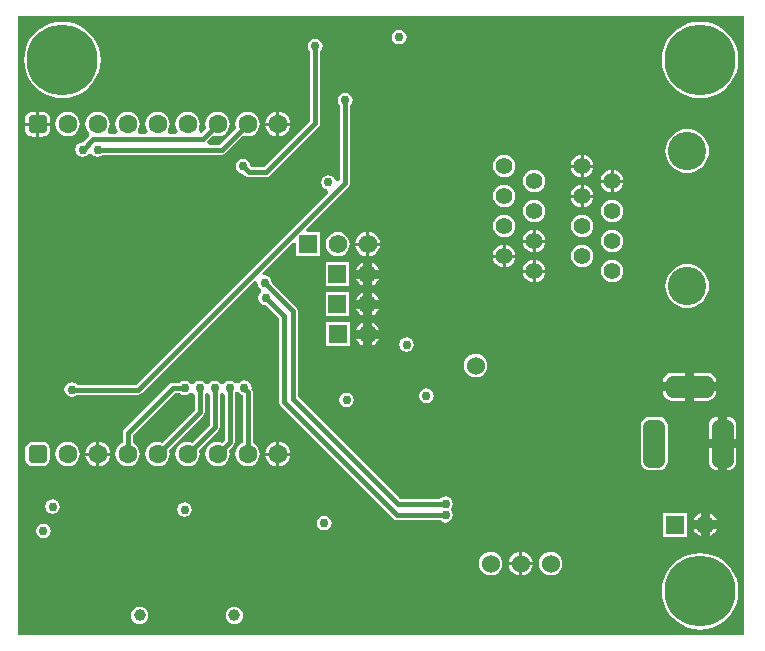
<source format=gbl>
G04*
G04 #@! TF.GenerationSoftware,Altium Limited,Altium Designer,24.8.2 (39)*
G04*
G04 Layer_Physical_Order=4*
G04 Layer_Color=16711680*
%FSLAX25Y25*%
%MOIN*%
G70*
G04*
G04 #@! TF.SameCoordinates,AA557069-6426-4FA0-AAFB-6E3012F5CD7C*
G04*
G04*
G04 #@! TF.FilePolarity,Positive*
G04*
G01*
G75*
%ADD72C,0.06181*%
%ADD73R,0.06181X0.06181*%
%ADD82C,0.03937*%
%ADD83C,0.01500*%
%ADD87C,0.06299*%
G04:AMPARAMS|DCode=88|XSize=62.99mil|YSize=62.99mil|CornerRadius=15.75mil|HoleSize=0mil|Usage=FLASHONLY|Rotation=0.000|XOffset=0mil|YOffset=0mil|HoleType=Round|Shape=RoundedRectangle|*
%AMROUNDEDRECTD88*
21,1,0.06299,0.03150,0,0,0.0*
21,1,0.03150,0.06299,0,0,0.0*
1,1,0.03150,0.01575,-0.01575*
1,1,0.03150,-0.01575,-0.01575*
1,1,0.03150,-0.01575,0.01575*
1,1,0.03150,0.01575,0.01575*
%
%ADD88ROUNDEDRECTD88*%
%ADD89C,0.23622*%
%ADD90C,0.05543*%
%ADD91C,0.12795*%
%ADD92C,0.06000*%
G04:AMPARAMS|DCode=93|XSize=157.48mil|YSize=70.87mil|CornerRadius=17.72mil|HoleSize=0mil|Usage=FLASHONLY|Rotation=270.000|XOffset=0mil|YOffset=0mil|HoleType=Round|Shape=RoundedRectangle|*
%AMROUNDEDRECTD93*
21,1,0.15748,0.03543,0,0,270.0*
21,1,0.12205,0.07087,0,0,270.0*
1,1,0.03543,-0.01772,-0.06102*
1,1,0.03543,-0.01772,0.06102*
1,1,0.03543,0.01772,0.06102*
1,1,0.03543,0.01772,-0.06102*
%
%ADD93ROUNDEDRECTD93*%
G04:AMPARAMS|DCode=94|XSize=157.48mil|YSize=70.87mil|CornerRadius=17.72mil|HoleSize=0mil|Usage=FLASHONLY|Rotation=0.000|XOffset=0mil|YOffset=0mil|HoleType=Round|Shape=RoundedRectangle|*
%AMROUNDEDRECTD94*
21,1,0.15748,0.03543,0,0,0.0*
21,1,0.12205,0.07087,0,0,0.0*
1,1,0.03543,0.06102,-0.01772*
1,1,0.03543,-0.06102,-0.01772*
1,1,0.03543,-0.06102,0.01772*
1,1,0.03543,0.06102,0.01772*
%
%ADD94ROUNDEDRECTD94*%
%ADD95C,0.02000*%
%ADD96C,0.03000*%
G36*
X243075Y1020D02*
X1020D01*
Y207642D01*
X243075D01*
Y1020D01*
D02*
G37*
%LPC*%
G36*
X128000Y202947D02*
X127064Y202761D01*
X126270Y202230D01*
X125739Y201436D01*
X125553Y200500D01*
X125739Y199564D01*
X126270Y198770D01*
X127064Y198239D01*
X128000Y198053D01*
X128936Y198239D01*
X129730Y198770D01*
X130261Y199564D01*
X130447Y200500D01*
X130261Y201436D01*
X129730Y202230D01*
X128936Y202761D01*
X128000Y202947D01*
D02*
G37*
G36*
X228346Y205664D02*
X226352Y205507D01*
X224406Y205040D01*
X222558Y204274D01*
X220852Y203229D01*
X219331Y201929D01*
X218031Y200408D01*
X216986Y198702D01*
X216220Y196853D01*
X215753Y194908D01*
X215596Y192913D01*
X215753Y190919D01*
X216220Y188973D01*
X216986Y187125D01*
X218031Y185419D01*
X219331Y183898D01*
X220852Y182598D01*
X222558Y181553D01*
X224406Y180787D01*
X226352Y180320D01*
X228346Y180163D01*
X230341Y180320D01*
X232287Y180787D01*
X234135Y181553D01*
X235841Y182598D01*
X237362Y183898D01*
X238662Y185419D01*
X239707Y187125D01*
X240473Y188973D01*
X240940Y190919D01*
X241097Y192913D01*
X240940Y194908D01*
X240473Y196853D01*
X239707Y198702D01*
X238662Y200408D01*
X237362Y201929D01*
X235841Y203229D01*
X234135Y204274D01*
X232287Y205040D01*
X230341Y205507D01*
X228346Y205664D01*
D02*
G37*
G36*
X15748D02*
X13753Y205507D01*
X11808Y205040D01*
X9960Y204274D01*
X8254Y203229D01*
X6732Y201929D01*
X5433Y200408D01*
X4387Y198702D01*
X3622Y196853D01*
X3155Y194908D01*
X2998Y192913D01*
X3155Y190919D01*
X3622Y188973D01*
X4387Y187125D01*
X5433Y185419D01*
X6732Y183898D01*
X8254Y182598D01*
X9960Y181553D01*
X11808Y180787D01*
X13753Y180320D01*
X15748Y180163D01*
X17743Y180320D01*
X19688Y180787D01*
X21536Y181553D01*
X23243Y182598D01*
X24764Y183898D01*
X26063Y185419D01*
X27109Y187125D01*
X27874Y188973D01*
X28341Y190919D01*
X28498Y192913D01*
X28341Y194908D01*
X27874Y196853D01*
X27109Y198702D01*
X26063Y200408D01*
X24764Y201929D01*
X23243Y203229D01*
X21536Y204274D01*
X19688Y205040D01*
X17743Y205507D01*
X15748Y205664D01*
D02*
G37*
G36*
X88000Y175620D02*
Y172000D01*
X91620D01*
X91543Y172583D01*
X91125Y173593D01*
X90460Y174460D01*
X89593Y175125D01*
X88583Y175543D01*
X88000Y175620D01*
D02*
G37*
G36*
X87000D02*
X86417Y175543D01*
X85407Y175125D01*
X84540Y174460D01*
X83875Y173593D01*
X83457Y172583D01*
X83380Y172000D01*
X87000D01*
Y175620D01*
D02*
G37*
G36*
X9075Y175672D02*
X8000D01*
Y172000D01*
X11672D01*
Y173075D01*
X11583Y173747D01*
X11324Y174373D01*
X10911Y174911D01*
X10373Y175324D01*
X9747Y175583D01*
X9075Y175672D01*
D02*
G37*
G36*
X7000D02*
X5925D01*
X5253Y175583D01*
X4627Y175324D01*
X4089Y174911D01*
X3676Y174373D01*
X3417Y173747D01*
X3328Y173075D01*
Y172000D01*
X7000D01*
Y175672D01*
D02*
G37*
G36*
X77500Y175584D02*
X76443Y175445D01*
X75458Y175037D01*
X74612Y174388D01*
X73963Y173542D01*
X73555Y172557D01*
X73415Y171500D01*
X73555Y170443D01*
X73704Y170083D01*
X68303Y164682D01*
X64476D01*
X64061Y165682D01*
X66083Y167704D01*
X66443Y167555D01*
X67500Y167415D01*
X68557Y167555D01*
X69542Y167963D01*
X70388Y168612D01*
X71037Y169458D01*
X71445Y170443D01*
X71584Y171500D01*
X71445Y172557D01*
X71037Y173542D01*
X70388Y174388D01*
X69542Y175037D01*
X68557Y175445D01*
X67500Y175584D01*
X66443Y175445D01*
X65458Y175037D01*
X64612Y174388D01*
X63963Y173542D01*
X63555Y172557D01*
X63415Y171500D01*
X63555Y170443D01*
X63704Y170083D01*
X62218Y168597D01*
X61690Y168666D01*
X61469Y168934D01*
X61154Y169739D01*
X61445Y170443D01*
X61585Y171500D01*
X61445Y172557D01*
X61037Y173542D01*
X60388Y174388D01*
X59542Y175037D01*
X58557Y175445D01*
X57500Y175584D01*
X56443Y175445D01*
X55458Y175037D01*
X54612Y174388D01*
X53963Y173542D01*
X53555Y172557D01*
X53416Y171500D01*
X53555Y170443D01*
X53963Y169458D01*
X54174Y169182D01*
X53681Y168182D01*
X51319D01*
X50826Y169182D01*
X51037Y169458D01*
X51445Y170443D01*
X51585Y171500D01*
X51445Y172557D01*
X51037Y173542D01*
X50388Y174388D01*
X49542Y175037D01*
X48557Y175445D01*
X47500Y175584D01*
X46443Y175445D01*
X45458Y175037D01*
X44612Y174388D01*
X43963Y173542D01*
X43555Y172557D01*
X43415Y171500D01*
X43555Y170443D01*
X43963Y169458D01*
X44174Y169182D01*
X43681Y168182D01*
X41319D01*
X40826Y169182D01*
X41037Y169458D01*
X41445Y170443D01*
X41585Y171500D01*
X41445Y172557D01*
X41037Y173542D01*
X40388Y174388D01*
X39542Y175037D01*
X38557Y175445D01*
X37500Y175584D01*
X36443Y175445D01*
X35458Y175037D01*
X34612Y174388D01*
X33963Y173542D01*
X33555Y172557D01*
X33415Y171500D01*
X33555Y170443D01*
X33963Y169458D01*
X34174Y169182D01*
X33681Y168182D01*
X31319D01*
X30826Y169182D01*
X31037Y169458D01*
X31445Y170443D01*
X31585Y171500D01*
X31445Y172557D01*
X31037Y173542D01*
X30388Y174388D01*
X29542Y175037D01*
X28557Y175445D01*
X27500Y175584D01*
X26443Y175445D01*
X25458Y175037D01*
X24612Y174388D01*
X23963Y173542D01*
X23555Y172557D01*
X23415Y171500D01*
X23555Y170443D01*
X23963Y169458D01*
X24537Y168710D01*
X24608Y168492D01*
X24533Y167412D01*
X22557Y165436D01*
X22500Y165447D01*
X21564Y165261D01*
X20770Y164730D01*
X20239Y163936D01*
X20053Y163000D01*
X20239Y162064D01*
X20770Y161270D01*
X21564Y160739D01*
X22500Y160553D01*
X23436Y160739D01*
X24230Y161270D01*
X24404Y161529D01*
X25596D01*
X25770Y161270D01*
X26564Y160739D01*
X27500Y160553D01*
X28436Y160739D01*
X29230Y161270D01*
X29262Y161318D01*
X69000D01*
X69644Y161446D01*
X70190Y161810D01*
X76083Y167704D01*
X76443Y167555D01*
X77500Y167415D01*
X78557Y167555D01*
X79542Y167963D01*
X80388Y168612D01*
X81037Y169458D01*
X81445Y170443D01*
X81585Y171500D01*
X81445Y172557D01*
X81037Y173542D01*
X80388Y174388D01*
X79542Y175037D01*
X78557Y175445D01*
X77500Y175584D01*
D02*
G37*
G36*
X17500D02*
X16443Y175445D01*
X15458Y175037D01*
X14612Y174388D01*
X13963Y173542D01*
X13555Y172557D01*
X13416Y171500D01*
X13555Y170443D01*
X13963Y169458D01*
X14612Y168612D01*
X15458Y167963D01*
X16443Y167555D01*
X17500Y167415D01*
X18557Y167555D01*
X19542Y167963D01*
X20388Y168612D01*
X21037Y169458D01*
X21445Y170443D01*
X21585Y171500D01*
X21445Y172557D01*
X21037Y173542D01*
X20388Y174388D01*
X19542Y175037D01*
X18557Y175445D01*
X17500Y175584D01*
D02*
G37*
G36*
X91620Y171000D02*
X88000D01*
Y167380D01*
X88583Y167457D01*
X89593Y167875D01*
X90460Y168541D01*
X91125Y169407D01*
X91543Y170417D01*
X91620Y171000D01*
D02*
G37*
G36*
X87000D02*
X83380D01*
X83457Y170417D01*
X83875Y169407D01*
X84540Y168541D01*
X85407Y167875D01*
X86417Y167457D01*
X87000Y167380D01*
Y171000D01*
D02*
G37*
G36*
X11672D02*
X8000D01*
Y167328D01*
X9075D01*
X9747Y167417D01*
X10373Y167676D01*
X10911Y168089D01*
X11324Y168627D01*
X11583Y169253D01*
X11672Y169925D01*
Y171000D01*
D02*
G37*
G36*
X7000D02*
X3328D01*
Y169925D01*
X3417Y169253D01*
X3676Y168627D01*
X4089Y168089D01*
X4627Y167676D01*
X5253Y167417D01*
X5925Y167328D01*
X7000D01*
Y171000D01*
D02*
G37*
G36*
X189500Y161238D02*
Y158000D01*
X192738D01*
X192675Y158485D01*
X192295Y159402D01*
X191690Y160190D01*
X190902Y160794D01*
X189985Y161175D01*
X189500Y161238D01*
D02*
G37*
G36*
X188500D02*
X188015Y161175D01*
X187098Y160794D01*
X186310Y160190D01*
X185705Y159402D01*
X185325Y158485D01*
X185262Y158000D01*
X188500D01*
Y161238D01*
D02*
G37*
G36*
X100000Y199947D02*
X99064Y199761D01*
X98270Y199230D01*
X97739Y198436D01*
X97553Y197500D01*
X97739Y196564D01*
X98270Y195770D01*
X98281Y195762D01*
Y172660D01*
X82803Y157182D01*
X79356D01*
X78396Y157449D01*
X78210Y158385D01*
X77679Y159179D01*
X76885Y159710D01*
X75949Y159896D01*
X75012Y159710D01*
X74218Y159179D01*
X73688Y158385D01*
X73502Y157449D01*
X73688Y156512D01*
X74218Y155719D01*
X75012Y155188D01*
X75949Y155002D01*
X76005Y155013D01*
X76708Y154310D01*
X77254Y153946D01*
X77898Y153818D01*
X83500D01*
X84144Y153946D01*
X84690Y154310D01*
X101153Y170773D01*
X101153Y170773D01*
X101517Y171319D01*
X101645Y171963D01*
X101645Y171963D01*
Y195713D01*
X101730Y195770D01*
X102261Y196564D01*
X102447Y197500D01*
X102261Y198436D01*
X101730Y199230D01*
X100936Y199761D01*
X100000Y199947D01*
D02*
G37*
G36*
X224000Y169833D02*
X222569Y169692D01*
X221194Y169275D01*
X219926Y168597D01*
X218815Y167685D01*
X217903Y166574D01*
X217225Y165306D01*
X216808Y163931D01*
X216667Y162500D01*
X216808Y161069D01*
X217225Y159694D01*
X217903Y158426D01*
X218815Y157315D01*
X219926Y156403D01*
X221194Y155725D01*
X222569Y155308D01*
X224000Y155167D01*
X225431Y155308D01*
X226806Y155725D01*
X228074Y156403D01*
X229185Y157315D01*
X230097Y158426D01*
X230775Y159694D01*
X231192Y161069D01*
X231333Y162500D01*
X231192Y163931D01*
X230775Y165306D01*
X230097Y166574D01*
X229185Y167685D01*
X228074Y168597D01*
X226806Y169275D01*
X225431Y169692D01*
X224000Y169833D01*
D02*
G37*
G36*
X163016Y161203D02*
X162057Y161077D01*
X161164Y160707D01*
X160397Y160119D01*
X159809Y159352D01*
X159439Y158458D01*
X159312Y157500D01*
X159439Y156542D01*
X159809Y155648D01*
X160397Y154881D01*
X161164Y154293D01*
X162057Y153923D01*
X163016Y153797D01*
X163974Y153923D01*
X164867Y154293D01*
X165634Y154881D01*
X166223Y155648D01*
X166593Y156542D01*
X166719Y157500D01*
X166593Y158458D01*
X166223Y159352D01*
X165634Y160119D01*
X164867Y160707D01*
X163974Y161077D01*
X163016Y161203D01*
D02*
G37*
G36*
X192738Y157000D02*
X189500D01*
Y153762D01*
X189985Y153825D01*
X190902Y154206D01*
X191690Y154810D01*
X192295Y155598D01*
X192675Y156515D01*
X192738Y157000D01*
D02*
G37*
G36*
X188500D02*
X185262D01*
X185325Y156515D01*
X185705Y155598D01*
X186310Y154810D01*
X187098Y154206D01*
X188015Y153825D01*
X188500Y153762D01*
Y157000D01*
D02*
G37*
G36*
X199500Y156238D02*
Y153000D01*
X202738D01*
X202675Y153485D01*
X202294Y154402D01*
X201690Y155190D01*
X200902Y155795D01*
X199985Y156175D01*
X199500Y156238D01*
D02*
G37*
G36*
X198500D02*
X198015Y156175D01*
X197098Y155795D01*
X196310Y155190D01*
X195705Y154402D01*
X195325Y153485D01*
X195262Y153000D01*
X198500D01*
Y156238D01*
D02*
G37*
G36*
X110000Y181947D02*
X109064Y181761D01*
X108270Y181230D01*
X107739Y180436D01*
X107553Y179500D01*
X107739Y178564D01*
X108270Y177770D01*
X108318Y177738D01*
Y153071D01*
X107730Y152597D01*
X106711Y152944D01*
X106701Y152996D01*
X106170Y153790D01*
X105377Y154321D01*
X104440Y154507D01*
X103504Y154321D01*
X102710Y153790D01*
X102179Y152996D01*
X101993Y152060D01*
X102179Y151123D01*
X102710Y150329D01*
X103504Y149799D01*
X103922Y149716D01*
X104255Y148634D01*
X40305Y84684D01*
X20645D01*
X20613Y84732D01*
X19819Y85262D01*
X18883Y85449D01*
X17946Y85262D01*
X17152Y84732D01*
X16622Y83938D01*
X16436Y83002D01*
X16622Y82065D01*
X17152Y81271D01*
X17946Y80741D01*
X18883Y80555D01*
X19819Y80741D01*
X20613Y81271D01*
X20645Y81319D01*
X41002D01*
X41646Y81447D01*
X42191Y81812D01*
X79825Y119446D01*
X80747Y118954D01*
X80682Y118630D01*
X80869Y117693D01*
X81399Y116899D01*
X81933Y116542D01*
X82060Y115677D01*
X82004Y115387D01*
X81770Y115230D01*
X81239Y114436D01*
X81053Y113500D01*
X81239Y112564D01*
X81770Y111770D01*
X82564Y111239D01*
X83500Y111053D01*
X83557Y111064D01*
X87818Y106803D01*
Y79000D01*
X87946Y78356D01*
X88310Y77810D01*
X126210Y39910D01*
X126756Y39546D01*
X127400Y39418D01*
X127400Y39418D01*
X141738D01*
X141770Y39370D01*
X142564Y38839D01*
X143500Y38653D01*
X144436Y38839D01*
X145230Y39370D01*
X145761Y40164D01*
X145947Y41100D01*
X145761Y42036D01*
X145583Y42303D01*
X145310Y43050D01*
X145583Y43797D01*
X145761Y44064D01*
X145947Y45000D01*
X145761Y45936D01*
X145230Y46730D01*
X144436Y47261D01*
X143500Y47447D01*
X142564Y47261D01*
X141770Y46730D01*
X141738Y46682D01*
X128197D01*
X94182Y80697D01*
Y109259D01*
X94182Y109259D01*
X94054Y109903D01*
X93690Y110449D01*
X93690Y110449D01*
X85565Y118573D01*
X85576Y118630D01*
X85390Y119566D01*
X84860Y120360D01*
X84066Y120890D01*
X83130Y121077D01*
X82806Y121012D01*
X82313Y121934D01*
X92586Y132206D01*
X93510Y131824D01*
Y127509D01*
X101490D01*
Y135491D01*
X97176D01*
X96794Y136414D01*
X111190Y150810D01*
X111554Y151356D01*
X111682Y152000D01*
Y177738D01*
X111730Y177770D01*
X112261Y178564D01*
X112447Y179500D01*
X112261Y180436D01*
X111730Y181230D01*
X110936Y181761D01*
X110000Y181947D01*
D02*
G37*
G36*
X173016Y156203D02*
X172057Y156077D01*
X171164Y155707D01*
X170397Y155119D01*
X169809Y154352D01*
X169439Y153458D01*
X169312Y152500D01*
X169439Y151541D01*
X169809Y150648D01*
X170397Y149881D01*
X171164Y149293D01*
X172057Y148923D01*
X173016Y148797D01*
X173974Y148923D01*
X174867Y149293D01*
X175634Y149881D01*
X176223Y150648D01*
X176593Y151541D01*
X176719Y152500D01*
X176593Y153458D01*
X176223Y154352D01*
X175634Y155119D01*
X174867Y155707D01*
X173974Y156077D01*
X173016Y156203D01*
D02*
G37*
G36*
X202738Y152000D02*
X199500D01*
Y148762D01*
X199985Y148825D01*
X200902Y149206D01*
X201690Y149810D01*
X202294Y150598D01*
X202675Y151515D01*
X202738Y152000D01*
D02*
G37*
G36*
X198500D02*
X195262D01*
X195325Y151515D01*
X195705Y150598D01*
X196310Y149810D01*
X197098Y149206D01*
X198015Y148825D01*
X198500Y148762D01*
Y152000D01*
D02*
G37*
G36*
X189500Y151238D02*
Y148000D01*
X192738D01*
X192675Y148485D01*
X192295Y149402D01*
X191690Y150190D01*
X190902Y150794D01*
X189985Y151175D01*
X189500Y151238D01*
D02*
G37*
G36*
X188500D02*
X188015Y151175D01*
X187098Y150794D01*
X186310Y150190D01*
X185705Y149402D01*
X185325Y148485D01*
X185262Y148000D01*
X188500D01*
Y151238D01*
D02*
G37*
G36*
X163016Y151203D02*
X162057Y151077D01*
X161164Y150707D01*
X160397Y150119D01*
X159809Y149352D01*
X159439Y148459D01*
X159312Y147500D01*
X159439Y146542D01*
X159809Y145648D01*
X160397Y144881D01*
X161164Y144293D01*
X162057Y143923D01*
X163016Y143797D01*
X163974Y143923D01*
X164867Y144293D01*
X165634Y144881D01*
X166223Y145648D01*
X166593Y146542D01*
X166719Y147500D01*
X166593Y148459D01*
X166223Y149352D01*
X165634Y150119D01*
X164867Y150707D01*
X163974Y151077D01*
X163016Y151203D01*
D02*
G37*
G36*
X192738Y147000D02*
X189500D01*
Y143762D01*
X189985Y143825D01*
X190902Y144205D01*
X191690Y144810D01*
X192295Y145598D01*
X192675Y146515D01*
X192738Y147000D01*
D02*
G37*
G36*
X188500D02*
X185262D01*
X185325Y146515D01*
X185705Y145598D01*
X186310Y144810D01*
X187098Y144205D01*
X188015Y143825D01*
X188500Y143762D01*
Y147000D01*
D02*
G37*
G36*
X199000Y146203D02*
X198041Y146077D01*
X197148Y145707D01*
X196381Y145119D01*
X195793Y144352D01*
X195423Y143458D01*
X195297Y142500D01*
X195423Y141542D01*
X195793Y140648D01*
X196381Y139881D01*
X197148Y139293D01*
X198041Y138923D01*
X199000Y138797D01*
X199959Y138923D01*
X200852Y139293D01*
X201619Y139881D01*
X202207Y140648D01*
X202577Y141542D01*
X202703Y142500D01*
X202577Y143458D01*
X202207Y144352D01*
X201619Y145119D01*
X200852Y145707D01*
X199959Y146077D01*
X199000Y146203D01*
D02*
G37*
G36*
X173016D02*
X172057Y146077D01*
X171164Y145707D01*
X170397Y145119D01*
X169809Y144352D01*
X169439Y143458D01*
X169312Y142500D01*
X169439Y141542D01*
X169809Y140648D01*
X170397Y139881D01*
X171164Y139293D01*
X172057Y138923D01*
X173016Y138797D01*
X173974Y138923D01*
X174867Y139293D01*
X175634Y139881D01*
X176223Y140648D01*
X176593Y141542D01*
X176719Y142500D01*
X176593Y143458D01*
X176223Y144352D01*
X175634Y145119D01*
X174867Y145707D01*
X173974Y146077D01*
X173016Y146203D01*
D02*
G37*
G36*
X189000Y141203D02*
X188041Y141077D01*
X187148Y140707D01*
X186381Y140119D01*
X185793Y139352D01*
X185423Y138459D01*
X185297Y137500D01*
X185423Y136541D01*
X185793Y135648D01*
X186381Y134881D01*
X187148Y134293D01*
X188041Y133923D01*
X189000Y133797D01*
X189959Y133923D01*
X190852Y134293D01*
X191619Y134881D01*
X192207Y135648D01*
X192577Y136541D01*
X192703Y137500D01*
X192577Y138459D01*
X192207Y139352D01*
X191619Y140119D01*
X190852Y140707D01*
X189959Y141077D01*
X189000Y141203D01*
D02*
G37*
G36*
X163016D02*
X162057Y141077D01*
X161164Y140707D01*
X160397Y140119D01*
X159809Y139352D01*
X159439Y138459D01*
X159312Y137500D01*
X159439Y136541D01*
X159809Y135648D01*
X160397Y134881D01*
X161164Y134293D01*
X162057Y133923D01*
X163016Y133797D01*
X163974Y133923D01*
X164867Y134293D01*
X165634Y134881D01*
X166223Y135648D01*
X166593Y136541D01*
X166719Y137500D01*
X166593Y138459D01*
X166223Y139352D01*
X165634Y140119D01*
X164867Y140707D01*
X163974Y141077D01*
X163016Y141203D01*
D02*
G37*
G36*
X173516Y136238D02*
Y133000D01*
X176754D01*
X176690Y133485D01*
X176310Y134402D01*
X175706Y135190D01*
X174918Y135794D01*
X174000Y136175D01*
X173516Y136238D01*
D02*
G37*
G36*
X172516D02*
X172031Y136175D01*
X171114Y135794D01*
X170326Y135190D01*
X169721Y134402D01*
X169341Y133485D01*
X169277Y133000D01*
X172516D01*
Y136238D01*
D02*
G37*
G36*
X118000Y135560D02*
Y132000D01*
X121560D01*
X121485Y132568D01*
X121073Y133563D01*
X120417Y134417D01*
X119563Y135073D01*
X118568Y135485D01*
X118000Y135560D01*
D02*
G37*
G36*
X117000D02*
X116432Y135485D01*
X115437Y135073D01*
X114583Y134417D01*
X113927Y133563D01*
X113515Y132568D01*
X113440Y132000D01*
X117000D01*
Y135560D01*
D02*
G37*
G36*
X199000Y136203D02*
X198041Y136077D01*
X197148Y135707D01*
X196381Y135119D01*
X195793Y134352D01*
X195423Y133458D01*
X195297Y132500D01*
X195423Y131542D01*
X195793Y130648D01*
X196381Y129881D01*
X197148Y129293D01*
X198041Y128923D01*
X199000Y128797D01*
X199959Y128923D01*
X200852Y129293D01*
X201619Y129881D01*
X202207Y130648D01*
X202577Y131542D01*
X202703Y132500D01*
X202577Y133458D01*
X202207Y134352D01*
X201619Y135119D01*
X200852Y135707D01*
X199959Y136077D01*
X199000Y136203D01*
D02*
G37*
G36*
X176754Y132000D02*
X173516D01*
Y128762D01*
X174000Y128825D01*
X174918Y129206D01*
X175706Y129810D01*
X176310Y130598D01*
X176690Y131515D01*
X176754Y132000D01*
D02*
G37*
G36*
X172516D02*
X169277D01*
X169341Y131515D01*
X169721Y130598D01*
X170326Y129810D01*
X171114Y129206D01*
X172031Y128825D01*
X172516Y128762D01*
Y132000D01*
D02*
G37*
G36*
X163516Y131238D02*
Y128000D01*
X166754D01*
X166690Y128485D01*
X166310Y129402D01*
X165706Y130190D01*
X164918Y130795D01*
X164000Y131175D01*
X163516Y131238D01*
D02*
G37*
G36*
X162516D02*
X162031Y131175D01*
X161114Y130795D01*
X160326Y130190D01*
X159721Y129402D01*
X159341Y128485D01*
X159277Y128000D01*
X162516D01*
Y131238D01*
D02*
G37*
G36*
X107500Y135525D02*
X106458Y135388D01*
X105488Y134986D01*
X104654Y134346D01*
X104014Y133512D01*
X103612Y132542D01*
X103475Y131500D01*
X103612Y130458D01*
X104014Y129488D01*
X104654Y128654D01*
X105488Y128014D01*
X106458Y127612D01*
X107500Y127475D01*
X108542Y127612D01*
X109512Y128014D01*
X110346Y128654D01*
X110986Y129488D01*
X111388Y130458D01*
X111525Y131500D01*
X111388Y132542D01*
X110986Y133512D01*
X110346Y134346D01*
X109512Y134986D01*
X108542Y135388D01*
X107500Y135525D01*
D02*
G37*
G36*
X121560Y131000D02*
X118000D01*
Y127440D01*
X118568Y127515D01*
X119563Y127927D01*
X120417Y128583D01*
X121073Y129437D01*
X121485Y130432D01*
X121560Y131000D01*
D02*
G37*
G36*
X117000D02*
X113440D01*
X113515Y130432D01*
X113927Y129437D01*
X114583Y128583D01*
X115437Y127927D01*
X116432Y127515D01*
X117000Y127440D01*
Y131000D01*
D02*
G37*
G36*
X189000Y131203D02*
X188041Y131077D01*
X187148Y130707D01*
X186381Y130119D01*
X185793Y129352D01*
X185423Y128458D01*
X185297Y127500D01*
X185423Y126541D01*
X185793Y125648D01*
X186381Y124881D01*
X187148Y124293D01*
X188041Y123923D01*
X189000Y123797D01*
X189959Y123923D01*
X190852Y124293D01*
X191619Y124881D01*
X192207Y125648D01*
X192577Y126541D01*
X192703Y127500D01*
X192577Y128458D01*
X192207Y129352D01*
X191619Y130119D01*
X190852Y130707D01*
X189959Y131077D01*
X189000Y131203D01*
D02*
G37*
G36*
X166754Y127000D02*
X163516D01*
Y123762D01*
X164000Y123825D01*
X164918Y124206D01*
X165706Y124810D01*
X166310Y125598D01*
X166690Y126515D01*
X166754Y127000D01*
D02*
G37*
G36*
X162516D02*
X159277D01*
X159341Y126515D01*
X159721Y125598D01*
X160326Y124810D01*
X161114Y124206D01*
X162031Y123825D01*
X162516Y123762D01*
Y127000D01*
D02*
G37*
G36*
X118940Y125306D02*
Y123000D01*
X121246D01*
X121013Y123563D01*
X120357Y124417D01*
X119503Y125073D01*
X118940Y125306D01*
D02*
G37*
G36*
X115940D02*
X115377Y125073D01*
X114523Y124417D01*
X113867Y123563D01*
X113634Y123000D01*
X115940D01*
Y125306D01*
D02*
G37*
G36*
X173516Y126238D02*
Y123000D01*
X176754D01*
X176690Y123485D01*
X176310Y124402D01*
X175706Y125190D01*
X174918Y125794D01*
X174000Y126175D01*
X173516Y126238D01*
D02*
G37*
G36*
X172516D02*
X172031Y126175D01*
X171114Y125794D01*
X170326Y125190D01*
X169721Y124402D01*
X169341Y123485D01*
X169277Y123000D01*
X172516D01*
Y126238D01*
D02*
G37*
G36*
X199000Y126203D02*
X198041Y126077D01*
X197148Y125707D01*
X196381Y125119D01*
X195793Y124352D01*
X195423Y123459D01*
X195297Y122500D01*
X195423Y121542D01*
X195793Y120648D01*
X196381Y119881D01*
X197148Y119293D01*
X198041Y118923D01*
X199000Y118797D01*
X199959Y118923D01*
X200852Y119293D01*
X201619Y119881D01*
X202207Y120648D01*
X202577Y121542D01*
X202703Y122500D01*
X202577Y123459D01*
X202207Y124352D01*
X201619Y125119D01*
X200852Y125707D01*
X199959Y126077D01*
X199000Y126203D01*
D02*
G37*
G36*
X176754Y122000D02*
X173516D01*
Y118762D01*
X174000Y118825D01*
X174918Y119205D01*
X175706Y119810D01*
X176310Y120598D01*
X176690Y121515D01*
X176754Y122000D01*
D02*
G37*
G36*
X172516D02*
X169277D01*
X169341Y121515D01*
X169721Y120598D01*
X170326Y119810D01*
X171114Y119205D01*
X172031Y118825D01*
X172516Y118762D01*
Y122000D01*
D02*
G37*
G36*
X121246Y120000D02*
X118940D01*
Y117694D01*
X119503Y117927D01*
X120357Y118583D01*
X121013Y119437D01*
X121246Y120000D01*
D02*
G37*
G36*
X115940D02*
X113634D01*
X113867Y119437D01*
X114523Y118583D01*
X115377Y117927D01*
X115940Y117694D01*
Y120000D01*
D02*
G37*
G36*
X111431Y125491D02*
X103449D01*
Y117509D01*
X111431D01*
Y125491D01*
D02*
G37*
G36*
X118940Y115306D02*
Y113000D01*
X121246D01*
X121013Y113563D01*
X120357Y114417D01*
X119503Y115073D01*
X118940Y115306D01*
D02*
G37*
G36*
X115940D02*
X115377Y115073D01*
X114523Y114417D01*
X113867Y113563D01*
X113634Y113000D01*
X115940D01*
Y115306D01*
D02*
G37*
G36*
X224000Y124833D02*
X222569Y124692D01*
X221194Y124275D01*
X219926Y123597D01*
X218815Y122685D01*
X217903Y121574D01*
X217225Y120306D01*
X216808Y118931D01*
X216667Y117500D01*
X216808Y116069D01*
X217225Y114694D01*
X217903Y113426D01*
X218815Y112315D01*
X219926Y111403D01*
X221194Y110725D01*
X222569Y110308D01*
X224000Y110167D01*
X225431Y110308D01*
X226806Y110725D01*
X228074Y111403D01*
X229185Y112315D01*
X230097Y113426D01*
X230775Y114694D01*
X231192Y116069D01*
X231333Y117500D01*
X231192Y118931D01*
X230775Y120306D01*
X230097Y121574D01*
X229185Y122685D01*
X228074Y123597D01*
X226806Y124275D01*
X225431Y124692D01*
X224000Y124833D01*
D02*
G37*
G36*
X121246Y110000D02*
X118940D01*
Y107694D01*
X119503Y107927D01*
X120357Y108583D01*
X121013Y109437D01*
X121246Y110000D01*
D02*
G37*
G36*
X115940D02*
X113634D01*
X113867Y109437D01*
X114523Y108583D01*
X115377Y107927D01*
X115940Y107694D01*
Y110000D01*
D02*
G37*
G36*
X111431Y115491D02*
X103449D01*
Y107509D01*
X111431D01*
Y115491D01*
D02*
G37*
G36*
X119000Y105306D02*
Y103000D01*
X121306D01*
X121073Y103563D01*
X120417Y104417D01*
X119563Y105073D01*
X119000Y105306D01*
D02*
G37*
G36*
X116000D02*
X115437Y105073D01*
X114583Y104417D01*
X113927Y103563D01*
X113694Y103000D01*
X116000D01*
Y105306D01*
D02*
G37*
G36*
X121306Y100000D02*
X119000D01*
Y97694D01*
X119563Y97927D01*
X120417Y98583D01*
X121073Y99437D01*
X121306Y100000D01*
D02*
G37*
G36*
X116000D02*
X113694D01*
X113927Y99437D01*
X114583Y98583D01*
X115437Y97927D01*
X116000Y97694D01*
Y100000D01*
D02*
G37*
G36*
X111491Y105491D02*
X103509D01*
Y97509D01*
X111491D01*
Y105491D01*
D02*
G37*
G36*
X130500Y100447D02*
X129564Y100261D01*
X128770Y99730D01*
X128239Y98936D01*
X128053Y98000D01*
X128239Y97064D01*
X128770Y96270D01*
X129564Y95739D01*
X130500Y95553D01*
X131436Y95739D01*
X132230Y96270D01*
X132761Y97064D01*
X132947Y98000D01*
X132761Y98936D01*
X132230Y99730D01*
X131436Y100261D01*
X130500Y100447D01*
D02*
G37*
G36*
X153500Y94934D02*
X152482Y94800D01*
X151533Y94407D01*
X150718Y93782D01*
X150093Y92967D01*
X149700Y92018D01*
X149566Y91000D01*
X149700Y89982D01*
X150093Y89033D01*
X150718Y88218D01*
X151533Y87593D01*
X152482Y87200D01*
X153500Y87066D01*
X154518Y87200D01*
X155467Y87593D01*
X156281Y88218D01*
X156907Y89033D01*
X157300Y89982D01*
X157434Y91000D01*
X157300Y92018D01*
X156907Y92967D01*
X156281Y93782D01*
X155467Y94407D01*
X154518Y94800D01*
X153500Y94934D01*
D02*
G37*
G36*
X230913Y88465D02*
X226311D01*
Y85398D01*
X233709D01*
Y85669D01*
X233614Y86393D01*
X233334Y87067D01*
X232890Y87646D01*
X232311Y88090D01*
X231637Y88370D01*
X230913Y88465D01*
D02*
G37*
G36*
X223311D02*
X218709D01*
X217985Y88370D01*
X217311Y88090D01*
X216732Y87646D01*
X216288Y87067D01*
X216008Y86393D01*
X215913Y85669D01*
Y85398D01*
X223311D01*
Y88465D01*
D02*
G37*
G36*
X76402Y86045D02*
X75465Y85859D01*
X74671Y85329D01*
X74516Y85096D01*
X73313D01*
X73211Y85250D01*
X72417Y85780D01*
X71480Y85967D01*
X70544Y85780D01*
X69750Y85250D01*
X69577Y84991D01*
X68384D01*
X68211Y85250D01*
X67417Y85780D01*
X66480Y85967D01*
X65544Y85780D01*
X64750Y85250D01*
X64577Y84991D01*
X63384D01*
X63211Y85250D01*
X62417Y85780D01*
X61480Y85967D01*
X60544Y85780D01*
X59750Y85250D01*
X59577Y84991D01*
X58384D01*
X58211Y85250D01*
X57417Y85780D01*
X56480Y85967D01*
X55544Y85780D01*
X54750Y85250D01*
X54718Y85202D01*
X52520D01*
X51876Y85074D01*
X51330Y84709D01*
X36310Y69690D01*
X35946Y69144D01*
X35818Y68500D01*
Y65186D01*
X35458Y65037D01*
X34612Y64388D01*
X33963Y63542D01*
X33555Y62557D01*
X33415Y61500D01*
X33555Y60443D01*
X33963Y59458D01*
X34612Y58612D01*
X35458Y57963D01*
X36443Y57555D01*
X37500Y57415D01*
X38557Y57555D01*
X39542Y57963D01*
X40388Y58612D01*
X41037Y59458D01*
X41445Y60443D01*
X41585Y61500D01*
X41445Y62557D01*
X41037Y63542D01*
X40388Y64388D01*
X39542Y65037D01*
X39182Y65186D01*
Y67803D01*
X53216Y81837D01*
X54718D01*
X54750Y81789D01*
X55544Y81259D01*
X56480Y81073D01*
X57417Y81259D01*
X58211Y81789D01*
X59257Y81700D01*
X59798Y81140D01*
Y76177D01*
X48917Y65296D01*
X48557Y65445D01*
X47500Y65584D01*
X46443Y65445D01*
X45458Y65037D01*
X44612Y64388D01*
X43963Y63542D01*
X43555Y62557D01*
X43415Y61500D01*
X43555Y60443D01*
X43963Y59458D01*
X44612Y58612D01*
X45458Y57963D01*
X46443Y57555D01*
X47500Y57415D01*
X48557Y57555D01*
X49542Y57963D01*
X50388Y58612D01*
X51037Y59458D01*
X51445Y60443D01*
X51585Y61500D01*
X51445Y62557D01*
X51296Y62917D01*
X62670Y74291D01*
X62670Y74291D01*
X63035Y74836D01*
X63163Y75480D01*
Y81512D01*
X63796Y81752D01*
X64261Y81722D01*
X64818Y81148D01*
Y71197D01*
X58917Y65296D01*
X58557Y65445D01*
X57500Y65584D01*
X56443Y65445D01*
X55458Y65037D01*
X54612Y64388D01*
X53963Y63542D01*
X53555Y62557D01*
X53416Y61500D01*
X53555Y60443D01*
X53963Y59458D01*
X54612Y58612D01*
X55458Y57963D01*
X56443Y57555D01*
X57500Y57415D01*
X58557Y57555D01*
X59542Y57963D01*
X60388Y58612D01*
X61037Y59458D01*
X61445Y60443D01*
X61585Y61500D01*
X61445Y62557D01*
X61296Y62917D01*
X67690Y69310D01*
X68054Y69856D01*
X68182Y70500D01*
Y81398D01*
X69020Y81720D01*
X69257Y81700D01*
X69798Y81140D01*
Y66177D01*
X68917Y65296D01*
X68557Y65445D01*
X67500Y65584D01*
X66443Y65445D01*
X65458Y65037D01*
X64612Y64388D01*
X63963Y63542D01*
X63555Y62557D01*
X63415Y61500D01*
X63555Y60443D01*
X63963Y59458D01*
X64612Y58612D01*
X65458Y57963D01*
X66443Y57555D01*
X67500Y57415D01*
X68557Y57555D01*
X69542Y57963D01*
X70388Y58612D01*
X71037Y59458D01*
X71445Y60443D01*
X71584Y61500D01*
X71445Y62557D01*
X71296Y62917D01*
X72670Y64291D01*
X73035Y64837D01*
X73163Y65480D01*
X73163Y65480D01*
Y81757D01*
X73211Y81789D01*
X73366Y82022D01*
X74569D01*
X74671Y81868D01*
X75465Y81338D01*
X75818Y81268D01*
Y65186D01*
X75458Y65037D01*
X74612Y64388D01*
X73963Y63542D01*
X73555Y62557D01*
X73415Y61500D01*
X73555Y60443D01*
X73963Y59458D01*
X74612Y58612D01*
X75458Y57963D01*
X76443Y57555D01*
X77500Y57415D01*
X78557Y57555D01*
X79542Y57963D01*
X80388Y58612D01*
X81037Y59458D01*
X81445Y60443D01*
X81585Y61500D01*
X81445Y62557D01*
X81037Y63542D01*
X80388Y64388D01*
X79542Y65037D01*
X79182Y65186D01*
Y82094D01*
X79054Y82738D01*
X78764Y83173D01*
X78849Y83598D01*
X78662Y84535D01*
X78132Y85329D01*
X77338Y85859D01*
X76402Y86045D01*
D02*
G37*
G36*
X233709Y82398D02*
X226311D01*
Y79330D01*
X230913D01*
X231637Y79426D01*
X232311Y79705D01*
X232890Y80149D01*
X233334Y80728D01*
X233614Y81402D01*
X233709Y82126D01*
Y82398D01*
D02*
G37*
G36*
X223311D02*
X215913D01*
Y82126D01*
X216008Y81402D01*
X216288Y80728D01*
X216732Y80149D01*
X217311Y79705D01*
X217985Y79426D01*
X218709Y79330D01*
X223311D01*
Y82398D01*
D02*
G37*
G36*
X137059Y83388D02*
X136123Y83202D01*
X135329Y82671D01*
X134798Y81877D01*
X134612Y80941D01*
X134798Y80005D01*
X135329Y79211D01*
X136123Y78680D01*
X137059Y78494D01*
X137995Y78680D01*
X138789Y79211D01*
X139320Y80005D01*
X139506Y80941D01*
X139320Y81877D01*
X138789Y82671D01*
X137995Y83202D01*
X137059Y83388D01*
D02*
G37*
G36*
X110500Y81947D02*
X109564Y81761D01*
X108770Y81230D01*
X108239Y80436D01*
X108053Y79500D01*
X108239Y78564D01*
X108770Y77770D01*
X109564Y77239D01*
X110500Y77053D01*
X111436Y77239D01*
X112230Y77770D01*
X112761Y78564D01*
X112947Y79500D01*
X112761Y80436D01*
X112230Y81230D01*
X111436Y81761D01*
X110500Y81947D01*
D02*
G37*
G36*
X237606Y73898D02*
X237335D01*
Y66500D01*
X240402D01*
Y71102D01*
X240307Y71826D01*
X240027Y72500D01*
X239583Y73079D01*
X239004Y73523D01*
X238330Y73803D01*
X237606Y73898D01*
D02*
G37*
G36*
X234335D02*
X234063D01*
X233339Y73803D01*
X232665Y73523D01*
X232086Y73079D01*
X231642Y72500D01*
X231363Y71826D01*
X231267Y71102D01*
Y66500D01*
X234335D01*
Y73898D01*
D02*
G37*
G36*
X88000Y65620D02*
Y62000D01*
X91620D01*
X91543Y62583D01*
X91125Y63593D01*
X90460Y64460D01*
X89593Y65125D01*
X88583Y65543D01*
X88000Y65620D01*
D02*
G37*
G36*
X87000D02*
X86417Y65543D01*
X85407Y65125D01*
X84540Y64460D01*
X83875Y63593D01*
X83457Y62583D01*
X83380Y62000D01*
X87000D01*
Y65620D01*
D02*
G37*
G36*
X28000D02*
Y62000D01*
X31620D01*
X31543Y62583D01*
X31125Y63593D01*
X30459Y64460D01*
X29593Y65125D01*
X28583Y65543D01*
X28000Y65620D01*
D02*
G37*
G36*
X27000D02*
X26417Y65543D01*
X25407Y65125D01*
X24541Y64460D01*
X23875Y63593D01*
X23457Y62583D01*
X23380Y62000D01*
X27000D01*
Y65620D01*
D02*
G37*
G36*
X17500Y65584D02*
X16443Y65445D01*
X15458Y65037D01*
X14612Y64388D01*
X13963Y63542D01*
X13555Y62557D01*
X13416Y61500D01*
X13555Y60443D01*
X13963Y59458D01*
X14612Y58612D01*
X15458Y57963D01*
X16443Y57555D01*
X17500Y57415D01*
X18557Y57555D01*
X19542Y57963D01*
X20388Y58612D01*
X21037Y59458D01*
X21445Y60443D01*
X21585Y61500D01*
X21445Y62557D01*
X21037Y63542D01*
X20388Y64388D01*
X19542Y65037D01*
X18557Y65445D01*
X17500Y65584D01*
D02*
G37*
G36*
X9075Y65598D02*
X5925D01*
X4960Y65406D01*
X4141Y64859D01*
X3594Y64040D01*
X3402Y63075D01*
Y59925D01*
X3594Y58960D01*
X4141Y58141D01*
X4960Y57594D01*
X5925Y57402D01*
X9075D01*
X10040Y57594D01*
X10859Y58141D01*
X11406Y58960D01*
X11598Y59925D01*
Y63075D01*
X11406Y64040D01*
X10859Y64859D01*
X10040Y65406D01*
X9075Y65598D01*
D02*
G37*
G36*
X91620Y61000D02*
X88000D01*
Y57380D01*
X88583Y57457D01*
X89593Y57875D01*
X90460Y58540D01*
X91125Y59407D01*
X91543Y60417D01*
X91620Y61000D01*
D02*
G37*
G36*
X87000D02*
X83380D01*
X83457Y60417D01*
X83875Y59407D01*
X84540Y58540D01*
X85407Y57875D01*
X86417Y57457D01*
X87000Y57380D01*
Y61000D01*
D02*
G37*
G36*
X31620D02*
X28000D01*
Y57380D01*
X28583Y57457D01*
X29593Y57875D01*
X30459Y58540D01*
X31125Y59407D01*
X31543Y60417D01*
X31620Y61000D01*
D02*
G37*
G36*
X27000D02*
X23380D01*
X23457Y60417D01*
X23875Y59407D01*
X24541Y58540D01*
X25407Y57875D01*
X26417Y57457D01*
X27000Y57380D01*
Y61000D01*
D02*
G37*
G36*
X214772Y73797D02*
X211228D01*
X210531Y73705D01*
X209881Y73436D01*
X209323Y73008D01*
X208895Y72450D01*
X208626Y71800D01*
X208534Y71102D01*
Y58898D01*
X208626Y58200D01*
X208895Y57550D01*
X209323Y56992D01*
X209881Y56564D01*
X210531Y56295D01*
X211228Y56203D01*
X214772D01*
X215469Y56295D01*
X216119Y56564D01*
X216677Y56992D01*
X217105Y57550D01*
X217374Y58200D01*
X217466Y58898D01*
Y71102D01*
X217374Y71800D01*
X217105Y72450D01*
X216677Y73008D01*
X216119Y73436D01*
X215469Y73705D01*
X214772Y73797D01*
D02*
G37*
G36*
X240402Y63500D02*
X237335D01*
Y56102D01*
X237606D01*
X238330Y56197D01*
X239004Y56477D01*
X239583Y56921D01*
X240027Y57500D01*
X240307Y58174D01*
X240402Y58898D01*
Y63500D01*
D02*
G37*
G36*
X234335D02*
X231267D01*
Y58898D01*
X231363Y58174D01*
X231642Y57500D01*
X232086Y56921D01*
X232665Y56477D01*
X233339Y56197D01*
X234063Y56102D01*
X234335D01*
Y63500D01*
D02*
G37*
G36*
X12500Y46447D02*
X11564Y46261D01*
X10770Y45730D01*
X10239Y44936D01*
X10053Y44000D01*
X10239Y43064D01*
X10770Y42270D01*
X11564Y41739D01*
X12500Y41553D01*
X13436Y41739D01*
X14230Y42270D01*
X14761Y43064D01*
X14947Y44000D01*
X14761Y44936D01*
X14230Y45730D01*
X13436Y46261D01*
X12500Y46447D01*
D02*
G37*
G36*
X56500Y45447D02*
X55564Y45261D01*
X54770Y44730D01*
X54239Y43936D01*
X54053Y43000D01*
X54239Y42064D01*
X54770Y41270D01*
X55564Y40739D01*
X56500Y40553D01*
X57436Y40739D01*
X58230Y41270D01*
X58761Y42064D01*
X58947Y43000D01*
X58761Y43936D01*
X58230Y44730D01*
X57436Y45261D01*
X56500Y45447D01*
D02*
G37*
G36*
X231500Y41806D02*
Y39500D01*
X233806D01*
X233573Y40063D01*
X232917Y40917D01*
X232063Y41573D01*
X231500Y41806D01*
D02*
G37*
G36*
X228500D02*
X227937Y41573D01*
X227083Y40917D01*
X226427Y40063D01*
X226194Y39500D01*
X228500D01*
Y41806D01*
D02*
G37*
G36*
X103000Y40947D02*
X102064Y40761D01*
X101270Y40230D01*
X100739Y39436D01*
X100553Y38500D01*
X100739Y37564D01*
X101270Y36770D01*
X102064Y36239D01*
X103000Y36053D01*
X103936Y36239D01*
X104730Y36770D01*
X105261Y37564D01*
X105447Y38500D01*
X105261Y39436D01*
X104730Y40230D01*
X103936Y40761D01*
X103000Y40947D01*
D02*
G37*
G36*
X233806Y36500D02*
X231500D01*
Y34194D01*
X232063Y34427D01*
X232917Y35083D01*
X233573Y35937D01*
X233806Y36500D01*
D02*
G37*
G36*
X228500D02*
X226194D01*
X226427Y35937D01*
X227083Y35083D01*
X227937Y34427D01*
X228500Y34194D01*
Y36500D01*
D02*
G37*
G36*
X223991Y41991D02*
X216009D01*
Y34009D01*
X223991D01*
Y41991D01*
D02*
G37*
G36*
X9398Y38345D02*
X8461Y38158D01*
X7667Y37628D01*
X7137Y36834D01*
X6951Y35898D01*
X7137Y34961D01*
X7667Y34167D01*
X8461Y33637D01*
X9398Y33451D01*
X10334Y33637D01*
X11128Y34167D01*
X11658Y34961D01*
X11845Y35898D01*
X11658Y36834D01*
X11128Y37628D01*
X10334Y38158D01*
X9398Y38345D01*
D02*
G37*
G36*
X169000Y28969D02*
Y25500D01*
X172469D01*
X172397Y26044D01*
X171994Y27017D01*
X171353Y27853D01*
X170517Y28494D01*
X169544Y28897D01*
X169000Y28969D01*
D02*
G37*
G36*
X168000D02*
X167456Y28897D01*
X166483Y28494D01*
X165647Y27853D01*
X165006Y27017D01*
X164603Y26044D01*
X164531Y25500D01*
X168000D01*
Y28969D01*
D02*
G37*
G36*
X178500Y28934D02*
X177482Y28800D01*
X176533Y28407D01*
X175718Y27782D01*
X175093Y26967D01*
X174700Y26018D01*
X174566Y25000D01*
X174700Y23982D01*
X175093Y23033D01*
X175718Y22219D01*
X176533Y21593D01*
X177482Y21200D01*
X178500Y21066D01*
X179518Y21200D01*
X180467Y21593D01*
X181281Y22219D01*
X181907Y23033D01*
X182300Y23982D01*
X182434Y25000D01*
X182300Y26018D01*
X181907Y26967D01*
X181281Y27782D01*
X180467Y28407D01*
X179518Y28800D01*
X178500Y28934D01*
D02*
G37*
G36*
X158500D02*
X157482Y28800D01*
X156533Y28407D01*
X155719Y27782D01*
X155093Y26967D01*
X154700Y26018D01*
X154566Y25000D01*
X154700Y23982D01*
X155093Y23033D01*
X155719Y22219D01*
X156533Y21593D01*
X157482Y21200D01*
X158500Y21066D01*
X159518Y21200D01*
X160467Y21593D01*
X161282Y22219D01*
X161907Y23033D01*
X162300Y23982D01*
X162434Y25000D01*
X162300Y26018D01*
X161907Y26967D01*
X161282Y27782D01*
X160467Y28407D01*
X159518Y28800D01*
X158500Y28934D01*
D02*
G37*
G36*
X172469Y24500D02*
X169000D01*
Y21031D01*
X169544Y21103D01*
X170517Y21506D01*
X171353Y22147D01*
X171994Y22983D01*
X172397Y23956D01*
X172469Y24500D01*
D02*
G37*
G36*
X168000D02*
X164531D01*
X164603Y23956D01*
X165006Y22983D01*
X165647Y22147D01*
X166483Y21506D01*
X167456Y21103D01*
X168000Y21031D01*
Y24500D01*
D02*
G37*
G36*
X73008Y10598D02*
X72259Y10499D01*
X71561Y10210D01*
X70962Y9751D01*
X70502Y9151D01*
X70213Y8454D01*
X70114Y7705D01*
X70213Y6956D01*
X70502Y6258D01*
X70962Y5659D01*
X71561Y5199D01*
X72259Y4910D01*
X73008Y4812D01*
X73757Y4910D01*
X74454Y5199D01*
X75054Y5659D01*
X75513Y6258D01*
X75802Y6956D01*
X75901Y7705D01*
X75802Y8454D01*
X75513Y9151D01*
X75054Y9751D01*
X74454Y10210D01*
X73757Y10499D01*
X73008Y10598D01*
D02*
G37*
G36*
X41512D02*
X40763Y10499D01*
X40065Y10210D01*
X39466Y9751D01*
X39006Y9151D01*
X38717Y8454D01*
X38618Y7705D01*
X38717Y6956D01*
X39006Y6258D01*
X39466Y5659D01*
X40065Y5199D01*
X40763Y4910D01*
X41512Y4812D01*
X42261Y4910D01*
X42958Y5199D01*
X43558Y5659D01*
X44017Y6258D01*
X44306Y6956D01*
X44405Y7705D01*
X44306Y8454D01*
X44017Y9151D01*
X43558Y9751D01*
X42958Y10210D01*
X42261Y10499D01*
X41512Y10598D01*
D02*
G37*
G36*
X228346Y28498D02*
X226352Y28341D01*
X224406Y27874D01*
X222558Y27109D01*
X220852Y26063D01*
X219331Y24764D01*
X218031Y23243D01*
X216986Y21536D01*
X216220Y19688D01*
X215753Y17743D01*
X215596Y15748D01*
X215753Y13753D01*
X216220Y11808D01*
X216986Y9960D01*
X218031Y8254D01*
X219331Y6732D01*
X220852Y5433D01*
X222558Y4387D01*
X224406Y3622D01*
X226352Y3155D01*
X228346Y2998D01*
X230341Y3155D01*
X232287Y3622D01*
X234135Y4387D01*
X235841Y5433D01*
X237362Y6732D01*
X238662Y8254D01*
X239707Y9960D01*
X240473Y11808D01*
X240940Y13753D01*
X241097Y15748D01*
X240940Y17743D01*
X240473Y19688D01*
X239707Y21536D01*
X238662Y23243D01*
X237362Y24764D01*
X235841Y26063D01*
X234135Y27109D01*
X232287Y27874D01*
X230341Y28341D01*
X228346Y28498D01*
D02*
G37*
%LPD*%
D72*
X117500Y101500D02*
D03*
X117440Y111500D02*
D03*
X117500Y131500D02*
D03*
X107500D02*
D03*
X117440Y121500D02*
D03*
X230000Y38000D02*
D03*
D73*
X107500Y101500D02*
D03*
X107440Y111500D02*
D03*
X97500Y131500D02*
D03*
X107440Y121500D02*
D03*
X220000Y38000D02*
D03*
D82*
X41512Y7705D02*
D03*
X73008D02*
D03*
D83*
X83500Y155500D02*
X99963Y171963D01*
X75949Y157449D02*
X77898Y155500D01*
X83500D01*
X76402Y83192D02*
X77500Y82094D01*
X76402Y83192D02*
Y83598D01*
X77500Y61500D02*
Y82094D01*
X37500Y61500D02*
Y68500D01*
X52520Y83520D02*
X56480D01*
X37500Y68500D02*
X52520Y83520D01*
X83130Y118630D02*
X92500Y109259D01*
Y80000D02*
Y109259D01*
Y80000D02*
X127500Y45000D01*
X89500Y79000D02*
X127400Y41100D01*
X89500Y79000D02*
Y107500D01*
X83500Y113500D02*
X89500Y107500D01*
X41002Y83002D02*
X110000Y152000D01*
X18883Y83002D02*
X41002D01*
X110000Y152000D02*
Y179500D01*
X127400Y41100D02*
X143500D01*
X127500Y45000D02*
X143500D01*
X99963Y197463D02*
X100000Y197500D01*
X99963Y171963D02*
Y197463D01*
X71480Y65480D02*
Y83520D01*
X67500Y61500D02*
X71480Y65480D01*
X57500Y61500D02*
X66500Y70500D01*
Y83500D01*
X66480Y83520D02*
X66500Y83500D01*
X47500Y61500D02*
X61480Y75480D01*
Y83520D01*
X62500Y166500D02*
X67500Y171500D01*
X22500Y163000D02*
X26000Y166500D01*
X62500D01*
X27500Y163000D02*
X69000D01*
X77500Y171500D01*
D87*
X87500Y61500D02*
D03*
X67500D02*
D03*
X47500D02*
D03*
X27500D02*
D03*
X37500D02*
D03*
X57500D02*
D03*
X17500D02*
D03*
X77500D02*
D03*
X57500Y171500D02*
D03*
X37500D02*
D03*
X17500D02*
D03*
X27500D02*
D03*
X47500D02*
D03*
X67500D02*
D03*
X77500D02*
D03*
X87500D02*
D03*
D88*
X7500Y61500D02*
D03*
Y171500D02*
D03*
D89*
X15748Y192913D02*
D03*
X228346Y15748D02*
D03*
Y192913D02*
D03*
D90*
X189000Y157500D02*
D03*
X199000Y152500D02*
D03*
X189000Y147500D02*
D03*
X199000Y142500D02*
D03*
X189000Y137500D02*
D03*
Y127500D02*
D03*
X173016Y122500D02*
D03*
X163016Y127500D02*
D03*
X173016Y132500D02*
D03*
X163016Y137500D02*
D03*
X173016Y142500D02*
D03*
X163016Y147500D02*
D03*
X173016Y152500D02*
D03*
X199000Y132500D02*
D03*
Y122500D02*
D03*
X163016Y157500D02*
D03*
D91*
X224000Y162500D02*
D03*
Y117500D02*
D03*
D92*
X178500Y25000D02*
D03*
X158500D02*
D03*
X168500D02*
D03*
X153500Y91000D02*
D03*
D93*
X213000Y65000D02*
D03*
X235835D02*
D03*
D94*
X224811Y83898D02*
D03*
D95*
X85000Y80500D02*
D03*
X81000Y159000D02*
D03*
X105000Y162000D02*
D03*
X58500Y80000D02*
D03*
X96500Y86000D02*
D03*
X101852Y100000D02*
D03*
X58500Y94500D02*
D03*
X105500Y143000D02*
D03*
X71517Y122983D02*
D03*
X103500Y156000D02*
D03*
X70500Y107000D02*
D03*
X42000Y94500D02*
D03*
X70500D02*
D03*
X197500Y23500D02*
D03*
X36000Y45000D02*
D03*
X112500Y127000D02*
D03*
X155500Y147500D02*
D03*
X199000Y107500D02*
D03*
X164000Y49000D02*
D03*
X109000Y39500D02*
D03*
X160000Y83500D02*
D03*
X199000Y170000D02*
D03*
X178500Y182000D02*
D03*
X82500Y168500D02*
D03*
X104000Y170500D02*
D03*
X129000Y178000D02*
D03*
X142000Y168000D02*
D03*
X159500Y164500D02*
D03*
X145500Y184500D02*
D03*
X82000Y185000D02*
D03*
X43000Y186000D02*
D03*
X4000Y180000D02*
D03*
X29000Y204500D02*
D03*
X54000D02*
D03*
X76500D02*
D03*
X101000D02*
D03*
X139000D02*
D03*
X163000D02*
D03*
X187500D02*
D03*
X216500D02*
D03*
X240000Y180000D02*
D03*
Y154500D02*
D03*
X208000Y139500D02*
D03*
X240000Y125000D02*
D03*
X208000Y105000D02*
D03*
X240000Y94000D02*
D03*
X170500Y64500D02*
D03*
X155000D02*
D03*
X175000Y75000D02*
D03*
X193000Y88500D02*
D03*
X187000Y116500D02*
D03*
X171000Y98000D02*
D03*
X156000Y118000D02*
D03*
X140500Y141000D02*
D03*
X131000Y162500D02*
D03*
X125500Y140000D02*
D03*
X136500Y122000D02*
D03*
X128000Y108500D02*
D03*
X147000Y97000D02*
D03*
X104000Y75000D02*
D03*
X115500Y85500D02*
D03*
X133500D02*
D03*
X124500Y80000D02*
D03*
X144500Y70500D02*
D03*
X132000Y71500D02*
D03*
X139500Y57500D02*
D03*
X128000Y51000D02*
D03*
X118500Y61500D02*
D03*
X122500Y34000D02*
D03*
X145500Y33500D02*
D03*
X168500Y34000D02*
D03*
X178000Y47000D02*
D03*
X189500D02*
D03*
X205000D02*
D03*
X224500Y75000D02*
D03*
X240000Y52500D02*
D03*
Y27000D02*
D03*
X217500Y4000D02*
D03*
X208500Y23500D02*
D03*
X191000Y4000D02*
D03*
X171000Y16500D02*
D03*
X156000Y4000D02*
D03*
X136500Y11000D02*
D03*
X97000Y14500D02*
D03*
X114500Y4000D02*
D03*
X83000D02*
D03*
X48500D02*
D03*
X96000Y28000D02*
D03*
X95500Y44500D02*
D03*
X94500Y161500D02*
D03*
X88000Y154000D02*
D03*
X6500Y164000D02*
D03*
X17500Y137000D02*
D03*
Y95000D02*
D03*
X52500Y136500D02*
D03*
X30500Y127500D02*
D03*
X24500D02*
D03*
X17500Y120500D02*
D03*
Y114500D02*
D03*
X24500Y108000D02*
D03*
X30500D02*
D03*
X38000Y114500D02*
D03*
Y121000D02*
D03*
X37500Y152000D02*
D03*
X4000Y151500D02*
D03*
X70500Y152000D02*
D03*
X4000Y94500D02*
D03*
Y66500D02*
D03*
X18500Y78000D02*
D03*
X4000Y25000D02*
D03*
Y4000D02*
D03*
X16000Y15500D02*
D03*
X23500Y4000D02*
D03*
X36500Y12000D02*
D03*
X63500Y12500D02*
D03*
X75500Y28000D02*
D03*
Y45500D02*
D03*
X100500Y60000D02*
D03*
X85000Y69000D02*
D03*
X80000Y91000D02*
D03*
X74500Y80000D02*
D03*
X48500Y44500D02*
D03*
X45000Y34500D02*
D03*
D96*
X83130Y118630D02*
D03*
X104440Y152060D02*
D03*
X12500Y44000D02*
D03*
X9398Y35898D02*
D03*
X56500Y43000D02*
D03*
X83500Y113500D02*
D03*
X18883Y83002D02*
D03*
X100000Y197500D02*
D03*
X143500Y41100D02*
D03*
X110500Y79500D02*
D03*
X76402Y83598D02*
D03*
X71480Y83520D02*
D03*
X66480D02*
D03*
X61480D02*
D03*
X56480D02*
D03*
X27500Y163000D02*
D03*
X22500D02*
D03*
X143500Y45000D02*
D03*
X75949Y157449D02*
D03*
X130500Y98000D02*
D03*
X110000Y179500D02*
D03*
X128000Y200500D02*
D03*
X137059Y80941D02*
D03*
X103000Y38500D02*
D03*
M02*

</source>
